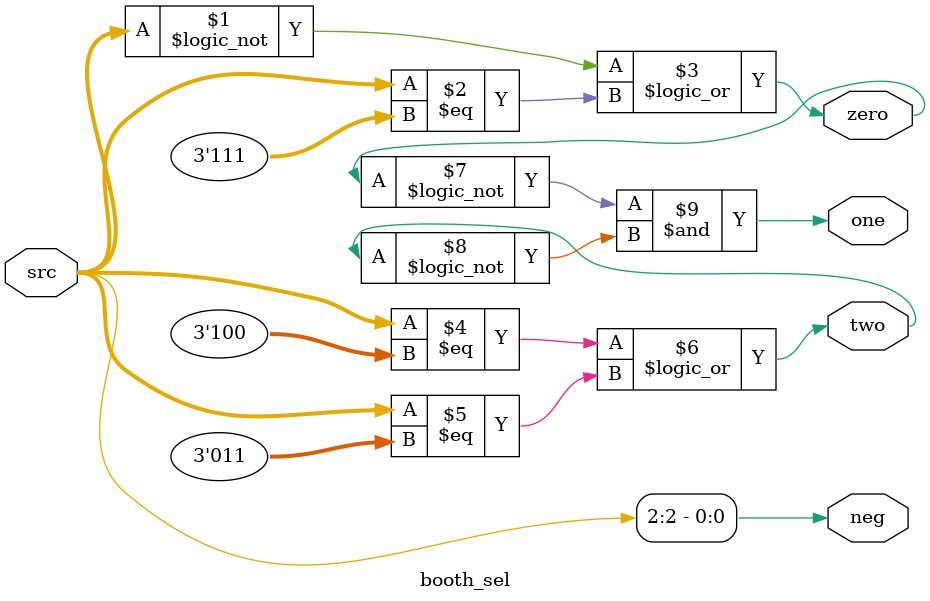
<source format=v>

module booth_sel(src,neg,zero,one,two);
	
	input	[2:0]	src;
	output 		    neg;
	output 		    zero;
	output 		    one;
	output 		    two;
	
	assign neg = src[2];
	assign zero = ((src == 3'b000) || (src == 3'b111));
	assign two = ((src == 3'b100) || (src == 3'b011));
	assign one = !zero & !two;

endmodule
</source>
